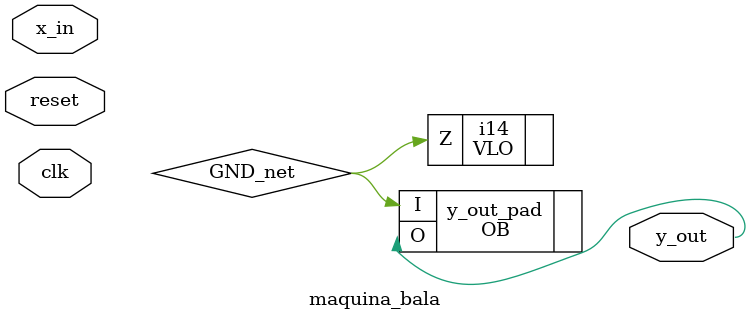
<source format=v>

module maquina_bala (y_out, x_in, clk, reset);   // d:/rtl_fpga/sd2/vhdl/aula11-fsm/maquina_bala.vhd(5[8:20])
    output y_out;   // d:/rtl_fpga/sd2/vhdl/aula11-fsm/maquina_bala.vhd(7[5:10])
    input x_in;   // d:/rtl_fpga/sd2/vhdl/aula11-fsm/maquina_bala.vhd(8[5:9])
    input clk;   // d:/rtl_fpga/sd2/vhdl/aula11-fsm/maquina_bala.vhd(8[11:14])
    input reset;   // d:/rtl_fpga/sd2/vhdl/aula11-fsm/maquina_bala.vhd(8[16:21])
    
    
    wire GND_net, VCC_net;
    
    VHI i22 (.Z(VCC_net));
    OB y_out_pad (.I(GND_net), .O(y_out));   // d:/rtl_fpga/sd2/vhdl/aula11-fsm/maquina_bala.vhd(7[5:10])
    GSR GSR_INST (.GSR(VCC_net));
    VLO i14 (.Z(GND_net));
    PUR PUR_INST (.PUR(VCC_net));
    defparam PUR_INST.RST_PULSE = 1;
    
endmodule
//
// Verilog Description of module PUR
// module not written out since it is a black-box. 
//


</source>
